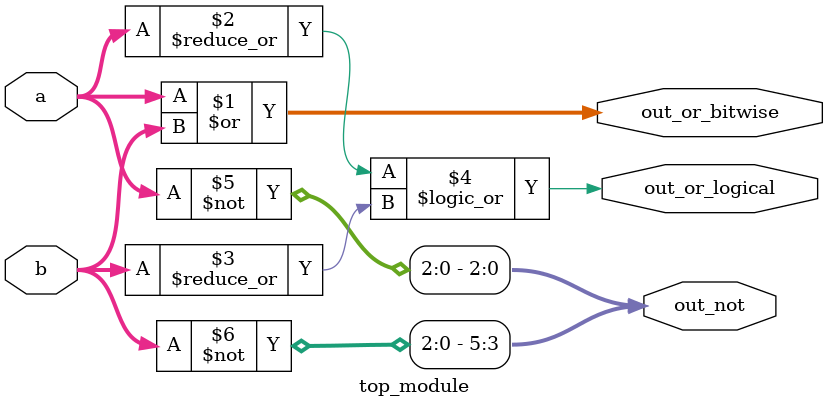
<source format=sv>
module top_module(
    input [2:0] a, 
    input [2:0] b, 
    output [2:0] out_or_bitwise,
    output out_or_logical,
    output [5:0] out_not
);
    // Bitwise OR of the two 3-bit inputs
    assign out_or_bitwise = a | b;

    // Logical OR of the two 3-bit inputs
    assign out_or_logical = |a || |b;

    // Bitwise NOT of the two 3-bit inputs in reverse order
    assign out_not = {~b, ~a};

endmodule

</source>
